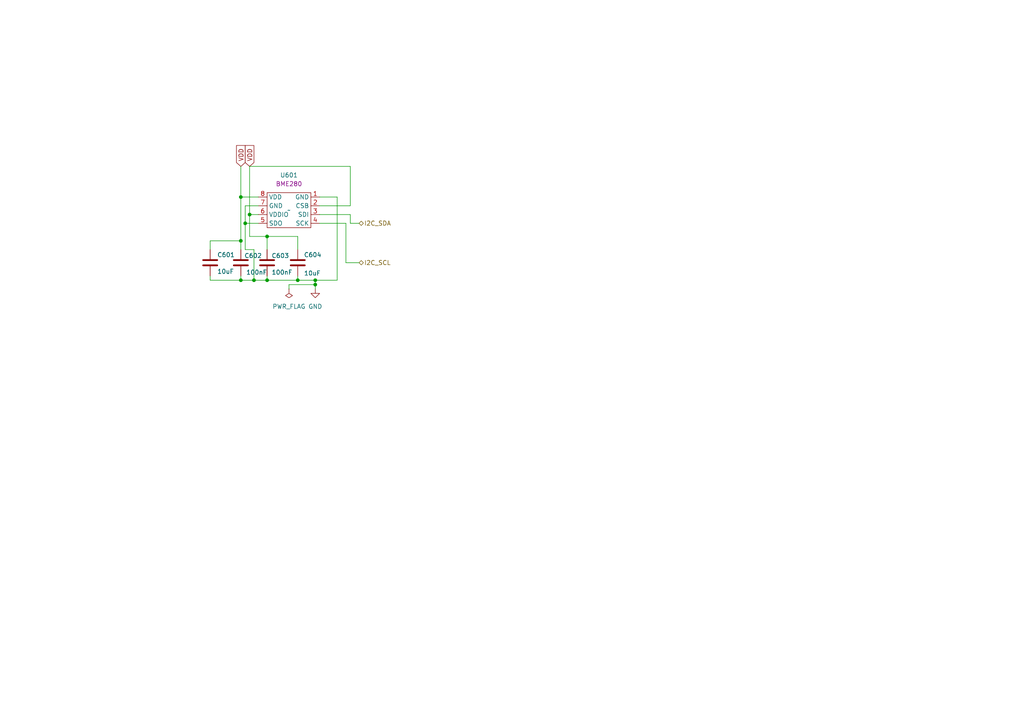
<source format=kicad_sch>
(kicad_sch (version 20231120) (generator "eeschema") (generator_version "8.0")
  (paper "A4")
  (lib_symbols
    (symbol "Device:C" (pin_numbers hide) (pin_names (offset 0.254))
      (property "Reference" "C" (at 0.635 2.54 0))
      (property "Value" "C" (at 0.635 -2.54 0))
      (symbol "C_0_1"
        (polyline (pts (xy -2.032 -0.762) (xy 2.032 -0.762)) (stroke (width 0.508)))
        (polyline (pts (xy -2.032 0.762) (xy 2.032 0.762)) (stroke (width 0.508)))
      )
      (symbol "C_1_1"
        (pin passive line (at 0 3.81 270) (length 2.794) (name "~") (number "1"))
        (pin passive line (at 0 -3.81 90) (length 2.794) (name "~") (number "2"))
      )
    )
    (symbol "WOBCLibrary:BME280"
      (property "Reference" "U" (at 0 10.16 0))
      (property "シンボル名" "BME280" (at 0 7.62 0))
      (symbol "BME280_0_1"
        (rectangle (start -6.35 5.08) (end 6.35 -5.08))
      )
      (symbol "BME280_1_1"
        (pin input line (at 8.89 3.81 180) (length 2.54) (name "GND") (number "1"))
        (pin input line (at 8.89 1.27 180) (length 2.54) (name "CSB") (number "2"))
        (pin input line (at 8.89 -1.27 180) (length 2.54) (name "SDI") (number "3"))
        (pin input line (at 8.89 -3.81 180) (length 2.54) (name "SCK") (number "4"))
        (pin input line (at -8.89 -3.81 0) (length 2.54) (name "SDO") (number "5"))
        (pin input line (at -8.89 -1.27 0) (length 2.54) (name "VDDIO") (number "6"))
        (pin input line (at -8.89 1.27 0) (length 2.54) (name "GND") (number "7"))
        (pin input line (at -8.89 3.81 0) (length 2.54) (name "VDD") (number "8"))
      )
    )
    (symbol "power:GND" (power) (pin_names (offset 0))
      (property "Value" "GND" (at 0 -3.81 0))
      (symbol "GND_0_1"
        (polyline (pts (xy 0 0) (xy 0 -1.27) (xy 1.27 -1.27) (xy 0 -2.54) (xy -1.27 -1.27) (xy 0 -1.27)))
      )
      (symbol "GND_1_1"
        (pin power_in line (at 0 0 270) (length 0) hide (name "GND") (number "1"))
      )
    )
    (symbol "power:PWR_FLAG" (power) (pin_numbers hide) (pin_names (offset 0) hide)
      (property "Value" "PWR_FLAG" (at 0 3.81 0))
      (symbol "PWR_FLAG_0_0"
        (pin power_out line (at 0 0 90) (length 0) (name "pwr") (number "1"))
      )
      (symbol "PWR_FLAG_0_1"
        (polyline (pts (xy 0 0) (xy 0 1.27) (xy -1.016 1.905) (xy 0 2.54) (xy 1.016 1.905) (xy 0 1.27)))
      )
    )
  )
  (junction (at 86.36 81.28))
  (junction (at 69.85 69.85))
  (junction (at 77.47 81.28))
  (junction (at 77.47 68.58))
  (junction (at 71.12 64.77))
  (junction (at 69.85 57.15))
  (junction (at 73.66 81.28))
  (junction (at 69.85 81.28))
  (junction (at 91.44 81.28))
  (junction (at 91.44 82.55))
  (junction (at 72.39 62.23))
  (wire (pts (xy 101.6 64.77) (xy 104.14 64.77)))
  (wire (pts (xy 73.66 81.28) (xy 77.47 81.28)))
  (wire (pts (xy 60.96 69.85) (xy 69.85 69.85)))
  (wire (pts (xy 97.79 81.28) (xy 97.79 57.15)))
  (wire (pts (xy 83.82 82.55) (xy 91.44 82.55)))
  (wire (pts (xy 92.71 64.77) (xy 100.33 64.77)))
  (wire (pts (xy 92.71 62.23) (xy 101.6 62.23)))
  (wire (pts (xy 71.12 64.77) (xy 71.12 72.39)))
  (wire (pts (xy 71.12 64.77) (xy 74.93 64.77)))
  (wire (pts (xy 97.79 57.15) (xy 92.71 57.15)))
  (wire (pts (xy 91.44 81.28) (xy 91.44 82.55)))
  (wire (pts (xy 69.85 69.85) (xy 69.85 72.39)))
  (wire (pts (xy 86.36 72.39) (xy 86.36 68.58)))
  (wire (pts (xy 69.85 57.15) (xy 69.85 69.85)))
  (wire (pts (xy 69.85 57.15) (xy 74.93 57.15)))
  (wire (pts (xy 72.39 62.23) (xy 74.93 62.23)))
  (wire (pts (xy 77.47 81.28) (xy 86.36 81.28)))
  (wire (pts (xy 100.33 64.77) (xy 100.33 76.2)))
  (wire (pts (xy 73.66 72.39) (xy 73.66 81.28)))
  (wire (pts (xy 72.39 48.26) (xy 101.6 48.26)))
  (wire (pts (xy 83.82 83.82) (xy 83.82 82.55)))
  (wire (pts (xy 60.96 72.39) (xy 60.96 69.85)))
  (wire (pts (xy 60.96 81.28) (xy 69.85 81.28)))
  (wire (pts (xy 101.6 62.23) (xy 101.6 64.77)))
  (wire (pts (xy 86.36 68.58) (xy 77.47 68.58)))
  (wire (pts (xy 71.12 59.69) (xy 71.12 64.77)))
  (wire (pts (xy 69.85 80.01) (xy 69.85 81.28)))
  (wire (pts (xy 69.85 48.26) (xy 69.85 57.15)))
  (wire (pts (xy 86.36 80.01) (xy 86.36 81.28)))
  (wire (pts (xy 72.39 68.58) (xy 77.47 68.58)))
  (wire (pts (xy 91.44 81.28) (xy 97.79 81.28)))
  (wire (pts (xy 72.39 48.26) (xy 72.39 62.23)))
  (wire (pts (xy 69.85 81.28) (xy 73.66 81.28)))
  (wire (pts (xy 77.47 68.58) (xy 77.47 72.39)))
  (wire (pts (xy 86.36 81.28) (xy 91.44 81.28)))
  (wire (pts (xy 71.12 72.39) (xy 73.66 72.39)))
  (wire (pts (xy 100.33 76.2) (xy 104.14 76.2)))
  (wire (pts (xy 60.96 80.01) (xy 60.96 81.28)))
  (wire (pts (xy 91.44 82.55) (xy 91.44 83.82)))
  (wire (pts (xy 77.47 80.01) (xy 77.47 81.28)))
  (wire (pts (xy 74.93 59.69) (xy 71.12 59.69)))
  (wire (pts (xy 101.6 59.69) (xy 92.71 59.69)))
  (wire (pts (xy 72.39 62.23) (xy 72.39 68.58)))
  (wire (pts (xy 101.6 48.26) (xy 101.6 59.69)))
  (global_label "VDD" (shape input) (at 69.85 48.26 90) (property "Intersheetrefs" "${INTERSHEET_REFS}" (effects (hide yes))))
  (global_label "VDD" (shape input) (at 72.39 48.26 90) (property "Intersheetrefs" "${INTERSHEET_REFS}" (effects (hide yes))))
  (hierarchical_label "I2C_SCL" (shape bidirectional) (at 104.14 76.2 0))
  (hierarchical_label "I2C_SDA" (shape bidirectional) (at 104.14 64.77 0))
  (symbol (lib_id "Device:C") (at 86.36 76.2 0) (unit 1)
    (property "Reference" "C604" (at 88.138 73.914 0) (effects (justify left)))
    (property "Value" "10uF" (at 88.138 79.248 0) (effects (justify left)))
    (property "Footprint" "Capacitor_SMD:C_0603_1608Metric" (effects (hide yes)))
    (property "LCSC" "C96446" (effects (hide yes)))
  )
  (symbol (lib_id "WOBCLibrary:BME280") (at 83.82 60.96 0) (unit 1)
    (property "Reference" "U601" (at 83.82 50.8 0))
    (property "Value" "~" (at 83.82 60.96 0))
    (property "Footprint" "WOBCLibrary:BME280" (effects (hide yes)))
    (property "シンボル名" "BME280" (at 83.82 53.34 0))
    (property "LCSC" "C92489" (effects (hide yes)))
  )
  (symbol (lib_id "Device:C") (at 69.85 76.2 0) (unit 1)
    (property "Reference" "C602" (at 70.866 74.168 0) (effects (justify left)))
    (property "Value" "100nF" (at 71.374 78.994 0) (effects (justify left)))
    (property "Footprint" "Capacitor_SMD:C_0402_1005Metric" (effects (hide yes)))
    (property "LCSC" "C1525" (effects (hide yes)))
  )
  (symbol (lib_id "power:GND") (at 91.44 83.82 0) (unit 1)
    (property "Reference" "#PWR0601" (effects (hide yes)))
    (property "Value" "GND" (at 91.44 88.9 0))
  )
  (symbol (lib_id "Device:C") (at 77.47 76.2 0) (unit 1)
    (property "Reference" "C603" (at 78.74 74.168 0) (effects (justify left)))
    (property "Value" "100nF" (at 78.74 78.994 0) (effects (justify left)))
    (property "Footprint" "Capacitor_SMD:C_0402_1005Metric" (effects (hide yes)))
    (property "LCSC" "C1525" (effects (hide yes)))
  )
  (symbol (lib_id "Device:C") (at 60.96 76.2 0) (unit 1)
    (property "Reference" "C601" (at 62.992 73.914 0) (effects (justify left)))
    (property "Value" "10uF" (at 62.992 78.74 0) (effects (justify left)))
    (property "Footprint" "Capacitor_SMD:C_0603_1608Metric" (effects (hide yes)))
    (property "LCSC" "C96446" (effects (hide yes)))
  )
  (symbol (lib_id "power:PWR_FLAG") (at 83.82 83.82 180) (unit 1)
    (property "Reference" "#FLG0601" (effects (hide yes)))
    (property "Value" "PWR_FLAG" (at 83.82 88.9 0))
  )
)
</source>
